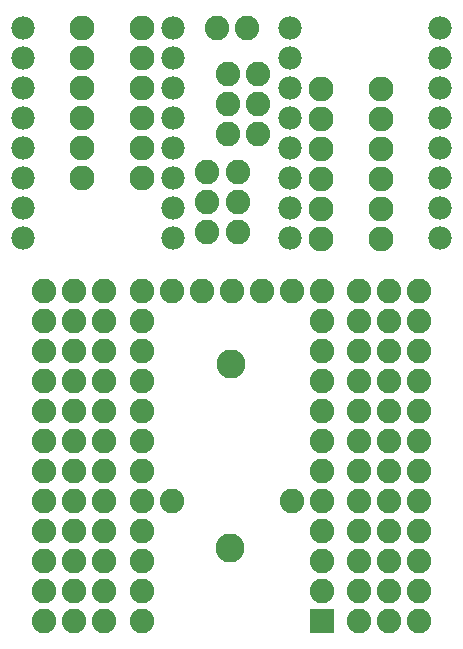
<source format=gts>
G75*
G70*
%OFA0B0*%
%FSLAX24Y24*%
%IPPOS*%
%LPD*%
%AMOC8*
5,1,8,0,0,1.08239X$1,22.5*
%
%ADD10C,0.0970*%
%ADD11C,0.0780*%
%ADD12C,0.0820*%
%ADD13C,0.0828*%
%ADD14R,0.0820X0.0820*%
D10*
X008182Y004186D03*
X008197Y010339D03*
D11*
X006257Y014522D03*
X006257Y015522D03*
X006257Y016522D03*
X006257Y017522D03*
X006257Y018522D03*
X006257Y019522D03*
X006257Y020522D03*
X006257Y021522D03*
X010171Y021519D03*
X010171Y020519D03*
X010171Y019519D03*
X010171Y018519D03*
X010171Y017519D03*
X010171Y016519D03*
X010171Y015519D03*
X010171Y014519D03*
X015171Y014519D03*
X015171Y015519D03*
X015171Y016519D03*
X015171Y017519D03*
X015171Y018519D03*
X015171Y019519D03*
X015171Y020519D03*
X015171Y021519D03*
X001257Y021522D03*
X001257Y020522D03*
X001257Y019522D03*
X001257Y018522D03*
X001257Y017522D03*
X001257Y016522D03*
X001257Y015522D03*
X001257Y014522D03*
D12*
X001976Y001756D03*
X001978Y002750D03*
X001978Y003750D03*
X001978Y004750D03*
X001978Y005750D03*
X001978Y006750D03*
X001978Y007750D03*
X001978Y008750D03*
X001978Y009750D03*
X001978Y010750D03*
X001978Y011750D03*
X001978Y012750D03*
X002978Y012750D03*
X002978Y011750D03*
X002978Y010750D03*
X002978Y009750D03*
X002978Y008750D03*
X002978Y007750D03*
X002978Y006750D03*
X002978Y005750D03*
X002978Y004750D03*
X002978Y003750D03*
X002978Y002750D03*
X002976Y001756D03*
X003976Y001756D03*
X003978Y002750D03*
X003978Y003750D03*
X003978Y004750D03*
X003978Y005750D03*
X003978Y006750D03*
X003978Y007750D03*
X003978Y008750D03*
X003978Y009750D03*
X003978Y010750D03*
X003978Y011750D03*
X003978Y012750D03*
X005228Y012750D03*
X005228Y011750D03*
X005228Y010750D03*
X005228Y009750D03*
X005228Y008750D03*
X005228Y007750D03*
X005228Y006750D03*
X005228Y005750D03*
X005228Y004750D03*
X005228Y003750D03*
X005228Y002750D03*
X005228Y001750D03*
X006228Y005750D03*
X010228Y005750D03*
X011228Y005750D03*
X011228Y004750D03*
X011228Y003750D03*
X011228Y002750D03*
X012478Y002750D03*
X012468Y001750D03*
X013468Y001750D03*
X013478Y002750D03*
X013478Y003750D03*
X013478Y004750D03*
X013478Y005750D03*
X013478Y006750D03*
X013478Y007750D03*
X013478Y008750D03*
X013478Y009750D03*
X013478Y010750D03*
X013478Y011750D03*
X013478Y012750D03*
X012478Y012750D03*
X012478Y011750D03*
X012478Y010750D03*
X012478Y009750D03*
X012478Y008750D03*
X012478Y007750D03*
X012478Y006750D03*
X012478Y005750D03*
X012478Y004750D03*
X012478Y003750D03*
X014478Y003750D03*
X014478Y004750D03*
X014478Y005750D03*
X014478Y006750D03*
X014478Y007750D03*
X014478Y008750D03*
X014478Y009750D03*
X014478Y010750D03*
X014478Y011750D03*
X014478Y012750D03*
X011228Y012750D03*
X011228Y011750D03*
X011228Y010750D03*
X011228Y009750D03*
X011228Y008750D03*
X011228Y007750D03*
X011228Y006750D03*
X014478Y002750D03*
X014468Y001750D03*
X010228Y012750D03*
X009228Y012750D03*
X008228Y012750D03*
X007228Y012750D03*
X006228Y012750D03*
X007397Y014732D03*
X007397Y015732D03*
X007397Y016732D03*
X008103Y018000D03*
X008103Y019000D03*
X008103Y020000D03*
X009103Y020000D03*
X009103Y019000D03*
X009103Y018000D03*
X008425Y016730D03*
X008425Y015730D03*
X008425Y014730D03*
X008746Y021528D03*
X007746Y021528D03*
D13*
X005233Y021527D03*
X005233Y020527D03*
X005233Y019527D03*
X005233Y018527D03*
X005233Y017527D03*
X005233Y016527D03*
X003233Y016527D03*
X003233Y017527D03*
X003233Y018527D03*
X003233Y019527D03*
X003233Y020527D03*
X003233Y021527D03*
X011203Y019502D03*
X011203Y018502D03*
X011203Y017502D03*
X011203Y016502D03*
X011203Y015502D03*
X011203Y014502D03*
X013203Y014502D03*
X013203Y015502D03*
X013203Y016502D03*
X013203Y017502D03*
X013203Y018502D03*
X013203Y019502D03*
D14*
X011228Y001750D03*
M02*

</source>
